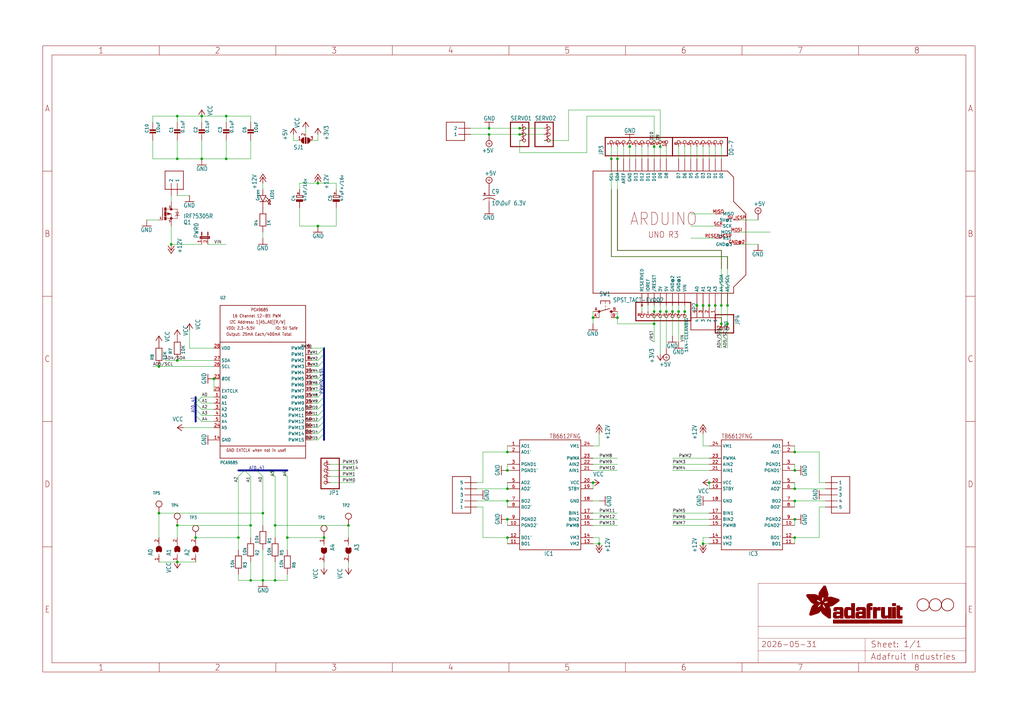
<source format=kicad_sch>
(kicad_sch (version 20230121) (generator eeschema)
  (paper "User" 425.45 298.602)
  (lib_symbols
    (symbol "working-eagle-import:+12V" (power)
      (property "Value" "+12V" (at -2.54 -5.08 90))
      (symbol "+12V_1_0"
        (pin power_in line (at 0 -2.54 90) (length 2.54) (name "+12V") (number "1"))
      )
    )
    (symbol "working-eagle-import:+3V3" (power)
      (property "Value" "+3V3" (at -2.54 -5.08 90))
      (symbol "+3V3_1_0"
        (pin power_in line (at 0 -2.54 90) (length 2.54) (name "+3V3") (number "1"))
      )
    )
    (symbol "working-eagle-import:+5V" (power)
      (property "Value" "+5V" (at -2.54 -5.08 90))
      (symbol "+5V_1_0"
        (pin power_in line (at 0 -2.54 90) (length 2.54) (name "+5V") (number "1"))
      )
    )
    (symbol "working-eagle-import:1X2-3.5MM"
      (symbol "1X2-3.5MM_1_0"
        (pin passive line (at -5.08 2.54 0) (length 5.08) (name "1") (number "1"))
        (pin passive line (at -5.08 0 0) (length 5.08) (name "2") (number "2"))
      )
    )
    (symbol "working-eagle-import:1X4-CLEANBIG"
      (property "Reference" "CN" (at 5.08 7.62 0))
      (symbol "1X4-CLEANBIG_1_0"
        (pin bidirectional line (at -5.08 2.54 0) (length 5.08) (name "1") (number "1"))
        (pin bidirectional line (at -5.08 0 0) (length 5.08) (name "2") (number "2"))
        (pin bidirectional line (at -5.08 -2.54 0) (length 5.08) (name "3") (number "3"))
        (pin bidirectional line (at -5.08 -5.08 0) (length 5.08) (name "4") (number "4"))
      )
    )
    (symbol "working-eagle-import:1X5"
      (symbol "1X5_1_0"
        (pin passive line (at -7.62 5.08 0) (length 5.08) (name "1") (number "1"))
        (pin passive line (at -7.62 2.54 0) (length 5.08) (name "2") (number "2"))
        (pin passive line (at -7.62 0 0) (length 5.08) (name "3") (number "3"))
        (pin passive line (at -7.62 -2.54 0) (length 5.08) (name "4") (number "4"))
        (pin passive line (at -7.62 -5.08 0) (length 5.08) (name "5") (number "5"))
      )
    )
    (symbol "working-eagle-import:ARDUINO_R3_ICSP"
      (symbol "ARDUINO_R3_ICSP_1_0"
        (text "ARDUINO" (at 15.24 27.94 0) (effects (font (size 5.08 4.318)) (justify left bottom)))
        (text "UNO R3" (at 22.86 22.86 0) (effects (font (size 2.54 2.159)) (justify left bottom)))
        (pin power_in line (at 27.94 -5.08 90) (length 5.08) (name "3V") (number "3V"))
        (pin power_in line (at 30.48 -5.08 90) (length 5.08) (name "5V") (number "5V"))
        (pin passive line (at 60.96 30.48 180) (length 2.54) (name "5V@1") (number "5V_ICSP"))
        (pin bidirectional line (at 43.18 -5.08 90) (length 5.08) (name "A0") (number "A0"))
        (pin bidirectional line (at 45.72 -5.08 90) (length 5.08) (name "A1") (number "A1"))
        (pin bidirectional line (at 48.26 -5.08 90) (length 5.08) (name "A2") (number "A2"))
        (pin bidirectional line (at 50.8 -5.08 90) (length 5.08) (name "A3") (number "A3"))
        (pin bidirectional line (at 53.34 -5.08 90) (length 5.08) (name "A4/SDA") (number "A4"))
        (pin bidirectional line (at 55.88 -5.08 90) (length 5.08) (name "A5/SCL") (number "A5"))
        (pin bidirectional line (at 12.7 55.88 270) (length 5.08) (name "AREF") (number "AREF"))
        (pin bidirectional line (at 53.34 55.88 270) (length 5.08) (name "D0") (number "D0"))
        (pin bidirectional line (at 50.8 55.88 270) (length 5.08) (name "D1") (number "D1"))
        (pin bidirectional line (at 25.4 55.88 270) (length 5.08) (name "D10") (number "D10"))
        (pin bidirectional line (at 22.86 55.88 270) (length 5.08) (name "D11") (number "D11"))
        (pin bidirectional line (at 20.32 55.88 270) (length 5.08) (name "D12") (number "D12"))
        (pin bidirectional line (at 17.78 55.88 270) (length 5.08) (name "D13") (number "D13"))
        (pin bidirectional line (at 48.26 55.88 270) (length 5.08) (name "D2") (number "D2"))
        (pin bidirectional line (at 45.72 55.88 270) (length 5.08) (name "D3") (number "D3"))
        (pin bidirectional line (at 43.18 55.88 270) (length 5.08) (name "D4") (number "D4"))
        (pin bidirectional line (at 40.64 55.88 270) (length 5.08) (name "D5") (number "D5"))
        (pin bidirectional line (at 38.1 55.88 270) (length 5.08) (name "D6") (number "D6"))
        (pin bidirectional line (at 35.56 55.88 270) (length 5.08) (name "D7") (number "D7"))
        (pin bidirectional line (at 30.48 55.88 270) (length 5.08) (name "D8") (number "D8"))
        (pin bidirectional line (at 27.94 55.88 270) (length 5.08) (name "D9") (number "D9"))
        (pin power_in line (at 15.24 55.88 270) (length 5.08) (name "GND") (number "GND"))
        (pin power_in line (at 33.02 -5.08 90) (length 5.08) (name "GND@2") (number "GND@1"))
        (pin passive line (at 60.96 20.32 180) (length 2.54) (name "GND@3") (number "GND@2"))
        (pin power_in line (at 35.56 -5.08 90) (length 5.08) (name "GND@1") (number "GND@3"))
        (pin output line (at 22.86 -5.08 90) (length 5.08) (name "IOREF") (number "IOREF"))
        (pin passive line (at 50.8 33.02 0) (length 2.54) (name "MISO") (number "MISO"))
        (pin passive line (at 60.96 25.4 180) (length 2.54) (name "MOSI") (number "MOSI"))
        (pin no_connect line (at 20.32 -5.08 90) (length 5.08) (name "RESERVED") (number "RESERVED"))
        (pin bidirectional line (at 25.4 -5.08 90) (length 5.08) (name "/RESET") (number "RESET"))
        (pin passive line (at 50.8 22.86 0) (length 2.54) (name "RST") (number "RESET_ICSP"))
        (pin passive line (at 50.8 27.94 0) (length 2.54) (name "SCK") (number "SCK"))
        (pin bidirectional line (at 7.62 55.88 270) (length 5.08) (name "SCL") (number "SCL"))
        (pin bidirectional line (at 10.16 55.88 270) (length 5.08) (name "SDA") (number "SDA"))
        (pin power_in line (at 38.1 -5.08 90) (length 5.08) (name "VIN") (number "VIN"))
      )
    )
    (symbol "working-eagle-import:CAP_CERAMIC0805-NOOUTLINE"
      (property "Reference" "C" (at -1.79 0.54 90))
      (symbol "CAP_CERAMIC0805-NOOUTLINE_1_0"
        (pin passive line (at 0 5.08 270) (length 2.54) (name "1") (number "1"))
        (pin passive line (at 0 -2.54 90) (length 2.54) (name "2") (number "2"))
      )
    )
    (symbol "working-eagle-import:CAP_ELECTROLYTICPANASONIC_C"
      (property "Reference" "C" (at -1.79 0.04 90))
      (symbol "CAP_ELECTROLYTICPANASONIC_C_1_0"
        (pin passive line (at 0 5.08 270) (length 2.54) (name "+") (number "+"))
        (pin passive line (at 0 -2.54 90) (length 2.54) (name "-") (number "-"))
      )
    )
    (symbol "working-eagle-import:CPOL-USC"
      (property "Reference" "C" (at 1.016 0.635 0))
      (symbol "CPOL-USC_1_0"
        (pin passive line (at 0 2.54 270) (length 2.54) (name "+") (number "+"))
        (pin passive line (at 0 -5.08 90) (length 2.54) (name "-") (number "-"))
      )
    )
    (symbol "working-eagle-import:FIDUCIAL")
    (symbol "working-eagle-import:FRAME_A3_ADAFRUIT"
      (symbol "FRAME_A3_ADAFRUIT_1_0"
        (text "${#}/${##}" (at 357.505 10.16 0) (effects (font (size 2.54 2.54)) (justify left bottom)))
        (text "${CURRENT_DATE}" (at 298.45 10.16 0) (effects (font (size 2.286 2.286)) (justify left bottom)))
        (text "${PROJECTNAME}" (at 298.45 15.24 0) (effects (font (size 2.54 2.54)) (justify left bottom)))
        (text "1" (at 24.2094 1.905 0) (effects (font (size 2.54 2.286))))
        (text "1" (at 24.2094 258.445 0) (effects (font (size 2.54 2.286))))
        (text "2" (at 72.6281 1.905 0) (effects (font (size 2.54 2.286))))
        (text "2" (at 72.6281 258.445 0) (effects (font (size 2.54 2.286))))
        (text "3" (at 121.0469 1.905 0) (effects (font (size 2.54 2.286))))
        (text "3" (at 121.0469 258.445 0) (effects (font (size 2.54 2.286))))
        (text "4" (at 169.4656 1.905 0) (effects (font (size 2.54 2.286))))
        (text "4" (at 169.4656 258.445 0) (effects (font (size 2.54 2.286))))
        (text "5" (at 217.8844 1.905 0) (effects (font (size 2.54 2.286))))
        (text "5" (at 217.8844 258.445 0) (effects (font (size 2.54 2.286))))
        (text "6" (at 266.3031 1.905 0) (effects (font (size 2.54 2.286))))
        (text "6" (at 266.3031 258.445 0) (effects (font (size 2.54 2.286))))
        (text "7" (at 314.7219 1.905 0) (effects (font (size 2.54 2.286))))
        (text "7" (at 314.7219 258.445 0) (effects (font (size 2.54 2.286))))
        (text "8" (at 363.1406 1.905 0) (effects (font (size 2.54 2.286))))
        (text "8" (at 363.1406 258.445 0) (effects (font (size 2.54 2.286))))
        (text "A" (at 1.905 234.315 0) (effects (font (size 2.54 2.286))))
        (text "A" (at 385.445 234.315 0) (effects (font (size 2.54 2.286))))
        (text "Adafruit Industries" (at 343.916 4.953 0) (effects (font (size 2.54 2.54)) (justify left bottom)))
        (text "B" (at 1.905 182.245 0) (effects (font (size 2.54 2.286))))
        (text "B" (at 385.445 182.245 0) (effects (font (size 2.54 2.286))))
        (text "C" (at 1.905 130.175 0) (effects (font (size 2.54 2.286))))
        (text "C" (at 385.445 130.175 0) (effects (font (size 2.54 2.286))))
        (text "D" (at 1.905 78.105 0) (effects (font (size 2.54 2.286))))
        (text "D" (at 385.445 78.105 0) (effects (font (size 2.54 2.286))))
        (text "E" (at 1.905 26.035 0) (effects (font (size 2.54 2.286))))
        (text "E" (at 385.445 26.035 0) (effects (font (size 2.54 2.286))))
        (text "Sheet:" (at 343.916 10.033 0) (effects (font (size 2.54 2.54)) (justify left bottom)))
      )
    )
    (symbol "working-eagle-import:GND" (power)
      (property "Value" "GND" (at -2.54 -2.54 0))
      (symbol "GND_1_0"
        (pin power_in line (at 0 2.54 270) (length 2.54) (name "GND") (number "1"))
      )
    )
    (symbol "working-eagle-import:HEADER-1X1070MIL"
      (property "Reference" "JP" (at -6.35 13.335 0))
      (symbol "HEADER-1X1070MIL_1_0"
        (pin passive inverted (at -2.54 10.16 0) (length 2.54) (name "1") (number "1"))
        (pin passive inverted (at -2.54 -12.7 0) (length 2.54) (name "10") (number "10"))
        (pin passive inverted (at -2.54 7.62 0) (length 2.54) (name "2") (number "2"))
        (pin passive inverted (at -2.54 5.08 0) (length 2.54) (name "3") (number "3"))
        (pin passive inverted (at -2.54 2.54 0) (length 2.54) (name "4") (number "4"))
        (pin passive inverted (at -2.54 0 0) (length 2.54) (name "5") (number "5"))
        (pin passive inverted (at -2.54 -2.54 0) (length 2.54) (name "6") (number "6"))
        (pin passive inverted (at -2.54 -5.08 0) (length 2.54) (name "7") (number "7"))
        (pin passive inverted (at -2.54 -7.62 0) (length 2.54) (name "8") (number "8"))
        (pin passive inverted (at -2.54 -10.16 0) (length 2.54) (name "9") (number "9"))
      )
    )
    (symbol "working-eagle-import:HEADER-1X2ROUND"
      (property "Reference" "JP" (at -6.35 5.715 0))
      (symbol "HEADER-1X2ROUND_1_0"
        (pin passive inverted (at -2.54 2.54 0) (length 2.54) (name "1") (number "1"))
        (pin passive inverted (at -2.54 0 0) (length 2.54) (name "2") (number "2"))
      )
    )
    (symbol "working-eagle-import:HEADER-1X476MIL"
      (property "Reference" "JP" (at -6.35 8.255 0))
      (symbol "HEADER-1X476MIL_1_0"
        (pin passive inverted (at -2.54 5.08 0) (length 2.54) (name "1") (number "1"))
        (pin passive inverted (at -2.54 2.54 0) (length 2.54) (name "2") (number "2"))
        (pin passive inverted (at -2.54 0 0) (length 2.54) (name "3") (number "3"))
        (pin passive inverted (at -2.54 -2.54 0) (length 2.54) (name "4") (number "4"))
      )
    )
    (symbol "working-eagle-import:IRF?5305R"
      (property "Reference" "Q" (at 7.62 2.54 0))
      (symbol "IRF?5305R_1_0"
        (text "D" (at 1.524 -3.302 0) (effects (font (size 0.8128 0.6908)) (justify left bottom)))
        (text "G" (at -2.286 1.27 0) (effects (font (size 0.8128 0.6908)) (justify left bottom)))
        (text "S" (at 1.524 2.54 0) (effects (font (size 0.8128 0.6908)) (justify left bottom)))
        (pin passive line (at -2.54 2.54 0) (length 0) (name "G") (number "1"))
        (pin passive line (at 2.54 5.08 270) (length 2.54) (name "S") (number "3"))
        (pin passive line (at 2.54 -5.08 90) (length 2.54) (name "D") (number "4"))
      )
    )
    (symbol "working-eagle-import:JP1E"
      (property "Reference" "JP" (at -1.27 0 90))
      (symbol "JP1E_1_0"
        (pin passive line (at 0 -2.54 90) (length 2.54) (name "1") (number "1"))
        (pin passive line (at 2.54 -2.54 90) (length 2.54) (name "2") (number "2"))
      )
    )
    (symbol "working-eagle-import:LED0805_NOOUTLINE"
      (property "Reference" "LED" (at -5.08 3.175 0))
      (symbol "LED0805_NOOUTLINE_1_0"
        (pin passive line (at -5.08 0 0) (length 2.54) (name "A") (number "A"))
        (pin passive line (at 2.54 0 180) (length 2.54) (name "C") (number "C"))
      )
    )
    (symbol "working-eagle-import:PCA9685"
      (property "Reference" "U" (at -17.78 35.56 0))
      (symbol "PCA9685_1_0"
        (text "16 Channel 12-Bit PWM" (at -12.7 27.94 0) (effects (font (size 1.27 1.0795)) (justify left bottom)))
        (text "GND EXTCLK when not in use!" (at -15.24 -27.94 0) (effects (font (size 1.27 1.0795)) (justify left bottom)))
        (text "I2C Address: 1[A5..A0][R/W]" (at -13.97 25.4 0) (effects (font (size 1.27 1.0795)) (justify left bottom)))
        (text "IO: 5V Safe" (at 5.08 22.86 0) (effects (font (size 1.27 1.0795)) (justify left bottom)))
        (text "Output: 25mA Each/400mA Total" (at -15.24 20.32 0) (effects (font (size 1.27 1.0795)) (justify left bottom)))
        (text "PCA9685" (at -5.08 30.48 0) (effects (font (size 1.27 1.0795)) (justify left bottom)))
        (text "VDD: 2.3-5.5V" (at -15.24 22.86 0) (effects (font (size 1.27 1.0795)) (justify left bottom)))
        (pin bidirectional line (at -20.32 -5.08 0) (length 2.54) (name "A0") (number "1"))
        (pin output line (at 20.32 5.08 180) (length 2.54) (name "PWM4") (number "10"))
        (pin output line (at 20.32 2.54 180) (length 2.54) (name "PWM5") (number "11"))
        (pin output line (at 20.32 0 180) (length 2.54) (name "PWM6") (number "12"))
        (pin output line (at 20.32 -2.54 180) (length 2.54) (name "PWM7") (number "13"))
        (pin power_in line (at -20.32 -22.86 0) (length 2.54) (name "GND") (number "14"))
        (pin output line (at 20.32 -5.08 180) (length 2.54) (name "PWM8") (number "15"))
        (pin output line (at 20.32 -7.62 180) (length 2.54) (name "PWM9") (number "16"))
        (pin output line (at 20.32 -10.16 180) (length 2.54) (name "PWM10") (number "17"))
        (pin output line (at 20.32 -12.7 180) (length 2.54) (name "PWM11") (number "18"))
        (pin output line (at 20.32 -15.24 180) (length 2.54) (name "PWM12") (number "19"))
        (pin bidirectional line (at -20.32 -7.62 0) (length 2.54) (name "A1") (number "2"))
        (pin output line (at 20.32 -17.78 180) (length 2.54) (name "PWM13") (number "20"))
        (pin output line (at 20.32 -20.32 180) (length 2.54) (name "PWM14") (number "21"))
        (pin output line (at 20.32 -22.86 180) (length 2.54) (name "PWM15") (number "22"))
        (pin input line (at -20.32 2.54 0) (length 2.54) (name "#OE") (number "23"))
        (pin bidirectional line (at -20.32 -17.78 0) (length 2.54) (name "A5") (number "24"))
        (pin input line (at -20.32 -2.54 0) (length 2.54) (name "EXTCLK") (number "25"))
        (pin bidirectional line (at -20.32 7.62 0) (length 2.54) (name "SCL") (number "26"))
        (pin bidirectional line (at -20.32 10.16 0) (length 2.54) (name "SDA") (number "27"))
        (pin power_in line (at -20.32 15.24 0) (length 2.54) (name "VDD") (number "28"))
        (pin bidirectional line (at -20.32 -10.16 0) (length 2.54) (name "A2") (number "3"))
        (pin bidirectional line (at -20.32 -12.7 0) (length 2.54) (name "A3") (number "4"))
        (pin bidirectional line (at -20.32 -15.24 0) (length 2.54) (name "A4") (number "5"))
        (pin output line (at 20.32 15.24 180) (length 2.54) (name "PWM0") (number "6"))
        (pin output line (at 20.32 12.7 180) (length 2.54) (name "PWM1") (number "7"))
        (pin output line (at 20.32 10.16 180) (length 2.54) (name "PWM2") (number "8"))
        (pin output line (at 20.32 7.62 180) (length 2.54) (name "PWM3") (number "9"))
      )
    )
    (symbol "working-eagle-import:PINHD-1X3"
      (property "Reference" "JP" (at -6.35 5.715 0))
      (symbol "PINHD-1X3_1_0"
        (pin passive inverted (at -2.54 2.54 0) (length 2.54) (name "1") (number "1"))
        (pin passive inverted (at -2.54 0 0) (length 2.54) (name "2") (number "2"))
        (pin passive inverted (at -2.54 -2.54 0) (length 2.54) (name "3") (number "3"))
      )
    )
    (symbol "working-eagle-import:PINHD-1X8CLEANBIG"
      (property "Reference" "JP" (at -6.35 10.795 0))
      (symbol "PINHD-1X8CLEANBIG_1_0"
        (pin passive inverted (at -2.54 7.62 0) (length 2.54) (name "1") (number "1"))
        (pin passive inverted (at -2.54 5.08 0) (length 2.54) (name "2") (number "2"))
        (pin passive inverted (at -2.54 2.54 0) (length 2.54) (name "3") (number "3"))
        (pin passive inverted (at -2.54 0 0) (length 2.54) (name "4") (number "4"))
        (pin passive inverted (at -2.54 -2.54 0) (length 2.54) (name "5") (number "5"))
        (pin passive inverted (at -2.54 -5.08 0) (length 2.54) (name "6") (number "6"))
        (pin passive inverted (at -2.54 -7.62 0) (length 2.54) (name "7") (number "7"))
        (pin passive inverted (at -2.54 -10.16 0) (length 2.54) (name "8") (number "8"))
      )
    )
    (symbol "working-eagle-import:RESISTOR0805_NOOUTLINE"
      (property "Reference" "R" (at -2.54 2.032 0))
      (symbol "RESISTOR0805_NOOUTLINE_1_0"
        (pin passive line (at -5.08 0 0) (length 2.54) (name "1") (number "1"))
        (pin passive line (at 5.08 0 180) (length 2.54) (name "2") (number "2"))
      )
    )
    (symbol "working-eagle-import:SOLDERJUMPERREFLOW_NOPASTE"
      (property "Reference" "SJ" (at -2.54 2.54 0))
      (symbol "SOLDERJUMPERREFLOW_NOPASTE_1_0"
        (pin passive line (at -5.08 0 0) (length 2.54) (name "1") (number "1"))
        (pin passive line (at 5.08 0 180) (length 2.54) (name "2") (number "2"))
      )
    )
    (symbol "working-eagle-import:SOLDERJUMPER_2WAY"
      (property "Reference" "SJ" (at -5.08 -3.81 0))
      (symbol "SOLDERJUMPER_2WAY_1_0"
        (pin passive line (at -2.54 0 0) (length 0) (name "1") (number "1"))
        (pin passive line (at 0 2.54 270) (length 0) (name "2") (number "2"))
        (pin passive line (at 2.54 0 180) (length 0) (name "3") (number "3"))
      )
    )
    (symbol "working-eagle-import:SPST_TACT-EVQQ2"
      (property "Reference" "SW" (at -6.35 -2.54 90))
      (symbol "SPST_TACT-EVQQ2_1_0"
        (pin passive line (at 0 -5.08 90) (length 2.54) (name "P") (number "A"))
        (pin passive line (at 2.54 -5.08 90) (length 2.54) (name "P1") (number "A'"))
        (pin passive line (at 0 5.08 270) (length 2.54) (name "S") (number "B"))
        (pin passive line (at 2.54 5.08 270) (length 2.54) (name "S1") (number "B'"))
      )
    )
    (symbol "working-eagle-import:TB6612FNG"
      (property "Reference" "IC" (at -2.54 -25.4 0))
      (symbol "TB6612FNG_1_0"
        (text "TB6612FNG" (at 12.7 25.4 0) (effects (font (size 1.778 1.5113)) (justify right top)))
        (pin output line (at -17.78 20.32 0) (length 5.08) (name "AO1") (number "1"))
        (pin power_in line (at -17.78 -12.7 0) (length 5.08) (name "PGND2'") (number "10"))
        (pin output line (at -17.78 -20.32 0) (length 5.08) (name "BO1") (number "11"))
        (pin output line (at -17.78 -17.78 0) (length 5.08) (name "BO1'") (number "12"))
        (pin power_in line (at 17.78 -20.32 180) (length 5.08) (name "VM2") (number "13"))
        (pin power_in line (at 17.78 -17.78 180) (length 5.08) (name "VM3") (number "14"))
        (pin input line (at 17.78 -12.7 180) (length 5.08) (name "PWMB") (number "15"))
        (pin input line (at 17.78 -10.16 180) (length 5.08) (name "BIN2") (number "16"))
        (pin input line (at 17.78 -7.62 180) (length 5.08) (name "BIN1") (number "17"))
        (pin power_in line (at 17.78 -2.54 180) (length 5.08) (name "GND") (number "18"))
        (pin input line (at 17.78 2.54 180) (length 5.08) (name "STBY") (number "19"))
        (pin output line (at -17.78 17.78 0) (length 5.08) (name "AO1'") (number "2"))
        (pin power_in line (at 17.78 5.08 180) (length 5.08) (name "VCC") (number "20"))
        (pin input line (at 17.78 10.16 180) (length 5.08) (name "AIN1") (number "21"))
        (pin input line (at 17.78 12.7 180) (length 5.08) (name "AIN2") (number "22"))
        (pin input line (at 17.78 15.24 180) (length 5.08) (name "PWMA") (number "23"))
        (pin power_in line (at 17.78 20.32 180) (length 5.08) (name "VM1") (number "24"))
        (pin power_in line (at -17.78 12.7 0) (length 5.08) (name "PGND1") (number "3"))
        (pin power_in line (at -17.78 10.16 0) (length 5.08) (name "PGND1'") (number "4"))
        (pin output line (at -17.78 5.08 0) (length 5.08) (name "AO2") (number "5"))
        (pin output line (at -17.78 2.54 0) (length 5.08) (name "AO2'") (number "6"))
        (pin output line (at -17.78 -2.54 0) (length 5.08) (name "BO2") (number "7"))
        (pin output line (at -17.78 -5.08 0) (length 5.08) (name "BO2'") (number "8"))
        (pin power_in line (at -17.78 -10.16 0) (length 5.08) (name "PGND2") (number "9"))
      )
    )
    (symbol "working-eagle-import:TESTPOINTROUND2MM"
      (property "Reference" "TP" (at -2.54 7.62 0))
      (symbol "TESTPOINTROUND2MM_1_0"
        (pin bidirectional line (at 0 0 90) (length 2.54) (name "P$1") (number "P$1"))
      )
    )
    (symbol "working-eagle-import:VCC" (power)
      (property "Value" "VCC" (at -2.54 -2.54 90))
      (symbol "VCC_1_0"
        (pin power_in line (at 0 -2.54 90) (length 2.54) (name "VCC") (number "1"))
      )
    )
    (symbol "working-eagle-import:supply2_+5V" (power)
      (property "Value" "supply2_+5V" (at -1.905 3.175 0))
      (symbol "supply2_+5V_1_0"
        (pin power_in line (at 0 -2.54 90) (length 2.54) (name "+5V") (number "1"))
      )
    )
  )
  (junction (at 299.72 134.62))
  (junction (at 284.48 129.54))
  (junction (at 289.56 127))
  (junction (at 210.82 215.9))
  (junction (at 109.22 241.3))
  (junction (at 294.64 200.66))
  (junction (at 276.86 129.54))
  (junction (at 254 66.04))
  (junction (at 246.38 200.66))
  (junction (at 261.62 60.96))
  (junction (at 66.04 213.36))
  (junction (at 279.4 129.54))
  (junction (at 330.2 208.28))
  (junction (at 271.78 129.54))
  (junction (at 144.78 218.44))
  (junction (at 246.38 132.08))
  (junction (at 73.66 66.04))
  (junction (at 210.82 187.96))
  (junction (at 297.18 127))
  (junction (at 281.94 129.54))
  (junction (at 292.1 226.06))
  (junction (at 114.3 241.3))
  (junction (at 203.2 53.34))
  (junction (at 132.08 93.98))
  (junction (at 330.2 223.52))
  (junction (at 83.82 48.26))
  (junction (at 93.98 66.04))
  (junction (at 114.3 218.44))
  (junction (at 203.2 55.88))
  (junction (at 81.28 223.52))
  (junction (at 83.82 66.04))
  (junction (at 302.26 134.62))
  (junction (at 248.92 226.06))
  (junction (at 271.78 134.62))
  (junction (at 215.9 55.88))
  (junction (at 299.72 127))
  (junction (at 256.54 132.08))
  (junction (at 99.06 223.52))
  (junction (at 274.32 60.96))
  (junction (at 71.12 101.6))
  (junction (at 330.2 195.58))
  (junction (at 330.2 215.9))
  (junction (at 93.98 48.26))
  (junction (at 109.22 213.36))
  (junction (at 210.82 223.52))
  (junction (at 73.66 233.68))
  (junction (at 210.82 203.2))
  (junction (at 134.62 223.52))
  (junction (at 104.14 241.3))
  (junction (at 215.9 53.34))
  (junction (at 302.26 127))
  (junction (at 330.2 187.96))
  (junction (at 132.08 76.2))
  (junction (at 210.82 195.58))
  (junction (at 292.1 127))
  (junction (at 73.66 218.44))
  (junction (at 294.64 127))
  (junction (at 330.2 203.2))
  (junction (at 104.14 218.44))
  (junction (at 73.66 48.26))
  (junction (at 256.54 66.04))
  (junction (at 66.04 152.4))
  (junction (at 88.9 157.48))
  (junction (at 271.78 60.96))
  (junction (at 210.82 208.28))
  (junction (at 119.38 223.52))
  (junction (at 274.32 129.54))
  (junction (at 73.66 149.86))
  (bus_entry (at 132.08 149.86) (size 2.54 -2.54))
  (bus_entry (at 83.82 165.1) (size -2.54 2.54))
  (bus_entry (at 132.08 182.88) (size 2.54 -2.54))
  (bus_entry (at 132.08 170.18) (size 2.54 -2.54))
  (bus_entry (at 132.08 177.8) (size 2.54 -2.54))
  (bus_entry (at 132.08 157.48) (size 2.54 -2.54))
  (bus_entry (at 83.82 170.18) (size -2.54 -2.54))
  (bus_entry (at 114.3 198.12) (size -2.54 -2.54))
  (bus_entry (at 132.08 167.64) (size 2.54 -2.54))
  (bus_entry (at 83.82 175.26) (size -2.54 -2.54))
  (bus_entry (at 132.08 154.94) (size 2.54 -2.54))
  (bus_entry (at 132.08 152.4) (size 2.54 -2.54))
  (bus_entry (at 99.06 198.12) (size 2.54 -2.54))
  (bus_entry (at 83.82 167.64) (size -2.54 -2.54))
  (bus_entry (at 132.08 162.56) (size 2.54 -2.54))
  (bus_entry (at 132.08 147.32) (size 2.54 -2.54))
  (bus_entry (at 119.38 198.12) (size -2.54 -2.54))
  (bus_entry (at 83.82 172.72) (size -2.54 -2.54))
  (bus_entry (at 132.08 165.1) (size 2.54 -2.54))
  (bus_entry (at 132.08 175.26) (size 2.54 -2.54))
  (bus_entry (at 132.08 180.34) (size 2.54 -2.54))
  (bus_entry (at 104.14 198.12) (size -2.54 -2.54))
  (bus_entry (at 109.22 198.12) (size -2.54 -2.54))
  (bus_entry (at 132.08 160.02) (size 2.54 -2.54))
  (bus_entry (at 132.08 172.72) (size 2.54 -2.54))
  (wire (pts (xy 256.54 132.08) (xy 256.54 134.62)) (stroke (width 0.1524)))
  (wire (pts (xy 124.46 93.98) (xy 132.08 93.98)) (stroke (width 0.1524)))
  (wire (pts (xy 340.36 187.96) (xy 340.36 200.66)) (stroke (width 0.1524)))
  (wire (pts (xy 200.66 223.52) (xy 210.82 223.52)) (stroke (width 0.1524)))
  (wire (pts (xy 281.94 142.24) (xy 281.94 129.54)) (stroke (width 0.1524)))
  (wire (pts (xy 83.82 66.04) (xy 93.98 66.04)) (stroke (width 0.1524)))
  (wire (pts (xy 200.66 210.82) (xy 200.66 223.52)) (stroke (width 0.1524)))
  (wire (pts (xy 276.86 129.54) (xy 276.86 127)) (stroke (width 0.1524)))
  (wire (pts (xy 294.64 190.5) (xy 279.4 190.5)) (stroke (width 0.1524)))
  (bus (pts (xy 134.62 165.1) (xy 134.62 167.64)) (stroke (width 0.762)))
  (wire (pts (xy 271.78 129.54) (xy 271.78 127)) (stroke (width 0.1524)))
  (wire (pts (xy 129.54 144.78) (xy 134.62 144.78)) (stroke (width 0.1524)))
  (wire (pts (xy 88.9 152.4) (xy 66.04 152.4)) (stroke (width 0.1524)))
  (wire (pts (xy 248.92 208.28) (xy 246.38 208.28)) (stroke (width 0.1524)))
  (wire (pts (xy 83.82 165.1) (xy 88.9 165.1)) (stroke (width 0.1524)))
  (wire (pts (xy 330.2 203.2) (xy 342.9 203.2)) (stroke (width 0.1524)))
  (wire (pts (xy 139.7 76.2) (xy 139.7 78.74)) (stroke (width 0.1524)))
  (wire (pts (xy 210.82 208.28) (xy 210.82 210.82)) (stroke (width 0.1524)))
  (wire (pts (xy 127 53.34) (xy 127 55.88)) (stroke (width 0.1524)))
  (wire (pts (xy 271.78 60.96) (xy 271.78 66.04)) (stroke (width 0.1524)))
  (wire (pts (xy 129.54 172.72) (xy 132.08 172.72)) (stroke (width 0.1524)))
  (wire (pts (xy 66.04 223.52) (xy 66.04 213.36)) (stroke (width 0.1524)))
  (wire (pts (xy 256.54 60.96) (xy 256.54 66.04)) (stroke (width 0.1524)))
  (wire (pts (xy 254 106.68) (xy 302.26 106.68)) (stroke (width 0.1524)))
  (wire (pts (xy 83.82 66.04) (xy 83.82 58.42)) (stroke (width 0.1524)))
  (bus (pts (xy 134.62 147.32) (xy 134.62 149.86)) (stroke (width 0.762)))
  (wire (pts (xy 129.54 170.18) (xy 132.08 170.18)) (stroke (width 0.1524)))
  (wire (pts (xy 81.28 233.68) (xy 73.66 233.68)) (stroke (width 0.1524)))
  (wire (pts (xy 99.06 238.76) (xy 99.06 241.3)) (stroke (width 0.1524)))
  (wire (pts (xy 73.66 223.52) (xy 73.66 218.44)) (stroke (width 0.1524)))
  (wire (pts (xy 340.36 223.52) (xy 340.36 210.82)) (stroke (width 0.1524)))
  (bus (pts (xy 134.62 170.18) (xy 134.62 172.72)) (stroke (width 0.762)))
  (wire (pts (xy 330.2 226.06) (xy 330.2 223.52)) (stroke (width 0.1524)))
  (wire (pts (xy 124.46 58.42) (xy 121.92 58.42)) (stroke (width 0.1524)))
  (wire (pts (xy 93.98 50.8) (xy 93.98 48.26)) (stroke (width 0.1524)))
  (wire (pts (xy 302.26 127) (xy 302.26 134.62)) (stroke (width 0.1524)))
  (wire (pts (xy 340.36 210.82) (xy 342.9 210.82)) (stroke (width 0.1524)))
  (wire (pts (xy 109.22 241.3) (xy 104.14 241.3)) (stroke (width 0.1524)))
  (wire (pts (xy 302.26 106.68) (xy 302.26 127)) (stroke (width 0.1524)))
  (wire (pts (xy 276.86 60.96) (xy 276.86 66.04)) (stroke (width 0.1524)))
  (bus (pts (xy 81.28 170.18) (xy 81.28 172.72)) (stroke (width 0.762)))
  (wire (pts (xy 246.38 203.2) (xy 246.38 200.66)) (stroke (width 0.1524)))
  (wire (pts (xy 73.66 66.04) (xy 83.82 66.04)) (stroke (width 0.1524)))
  (wire (pts (xy 210.82 185.42) (xy 210.82 187.96)) (stroke (width 0.1524)))
  (wire (pts (xy 246.38 213.36) (xy 256.54 213.36)) (stroke (width 0.1524)))
  (wire (pts (xy 104.14 48.26) (xy 104.14 50.8)) (stroke (width 0.1524)))
  (wire (pts (xy 144.78 236.22) (xy 144.78 233.68)) (stroke (width 0.1524)))
  (bus (pts (xy 81.28 167.64) (xy 81.28 170.18)) (stroke (width 0.762)))
  (wire (pts (xy 266.7 129.54) (xy 266.7 127)) (stroke (width 0.1524)))
  (wire (pts (xy 294.64 195.58) (xy 279.4 195.58)) (stroke (width 0.1524)))
  (wire (pts (xy 200.66 200.66) (xy 200.66 187.96)) (stroke (width 0.1524)))
  (wire (pts (xy 259.08 60.96) (xy 259.08 66.04)) (stroke (width 0.1524)))
  (wire (pts (xy 292.1 226.06) (xy 294.64 226.06)) (stroke (width 0.1524)))
  (wire (pts (xy 132.08 58.42) (xy 132.08 55.88)) (stroke (width 0.1524)))
  (wire (pts (xy 129.54 165.1) (xy 132.08 165.1)) (stroke (width 0.1524)))
  (wire (pts (xy 104.14 223.52) (xy 104.14 218.44)) (stroke (width 0.1524)))
  (wire (pts (xy 330.2 215.9) (xy 330.2 218.44)) (stroke (width 0.1524)))
  (wire (pts (xy 246.38 215.9) (xy 256.54 215.9)) (stroke (width 0.1524)))
  (wire (pts (xy 104.14 218.44) (xy 73.66 218.44)) (stroke (width 0.1524)))
  (wire (pts (xy 114.3 233.68) (xy 114.3 241.3)) (stroke (width 0.1524)))
  (wire (pts (xy 129.54 149.86) (xy 132.08 149.86)) (stroke (width 0.1524)))
  (wire (pts (xy 104.14 48.26) (xy 93.98 48.26)) (stroke (width 0.1524)))
  (wire (pts (xy 71.12 101.6) (xy 83.82 101.6)) (stroke (width 0.1524)))
  (wire (pts (xy 261.62 60.96) (xy 261.62 66.04)) (stroke (width 0.1524)))
  (wire (pts (xy 129.54 154.94) (xy 132.08 154.94)) (stroke (width 0.1524)))
  (wire (pts (xy 271.78 48.26) (xy 271.78 60.96)) (stroke (width 0.1524)))
  (wire (pts (xy 198.12 210.82) (xy 200.66 210.82)) (stroke (width 0.1524)))
  (wire (pts (xy 86.36 101.6) (xy 93.98 101.6)) (stroke (width 0.1524)))
  (wire (pts (xy 83.82 175.26) (xy 88.9 175.26)) (stroke (width 0.1524)))
  (wire (pts (xy 83.82 48.26) (xy 73.66 48.26)) (stroke (width 0.1524)))
  (wire (pts (xy 284.48 60.96) (xy 284.48 66.04)) (stroke (width 0.1524)))
  (wire (pts (xy 129.54 177.8) (xy 132.08 177.8)) (stroke (width 0.1524)))
  (wire (pts (xy 137.16 193.04) (xy 147.32 193.04)) (stroke (width 0.1524)))
  (wire (pts (xy 236.22 45.72) (xy 236.22 58.42)) (stroke (width 0.1524)))
  (wire (pts (xy 256.54 129.54) (xy 256.54 132.08)) (stroke (width 0.1524)))
  (wire (pts (xy 198.12 203.2) (xy 210.82 203.2)) (stroke (width 0.1524)))
  (wire (pts (xy 269.24 60.96) (xy 269.24 66.04)) (stroke (width 0.1524)))
  (bus (pts (xy 134.62 160.02) (xy 134.62 162.56)) (stroke (width 0.762)))
  (wire (pts (xy 78.74 144.78) (xy 88.9 144.78)) (stroke (width 0.1524)))
  (wire (pts (xy 210.82 193.04) (xy 210.82 195.58)) (stroke (width 0.1524)))
  (wire (pts (xy 129.54 152.4) (xy 132.08 152.4)) (stroke (width 0.1524)))
  (wire (pts (xy 195.58 55.88) (xy 203.2 55.88)) (stroke (width 0.1524)))
  (wire (pts (xy 271.78 129.54) (xy 271.78 134.62)) (stroke (width 0.1524)))
  (bus (pts (xy 134.62 162.56) (xy 134.62 165.1)) (stroke (width 0.762)))
  (wire (pts (xy 248.92 185.42) (xy 248.92 180.34)) (stroke (width 0.1524)))
  (wire (pts (xy 266.7 60.96) (xy 266.7 66.04)) (stroke (width 0.1524)))
  (wire (pts (xy 246.38 223.52) (xy 248.92 223.52)) (stroke (width 0.1524)))
  (wire (pts (xy 340.36 200.66) (xy 342.9 200.66)) (stroke (width 0.1524)))
  (bus (pts (xy 106.68 195.58) (xy 111.76 195.58)) (stroke (width 0.762)))
  (wire (pts (xy 274.32 147.32) (xy 274.32 129.54)) (stroke (width 0.1524)))
  (wire (pts (xy 274.32 60.96) (xy 274.32 66.04)) (stroke (width 0.1524)))
  (wire (pts (xy 294.64 213.36) (xy 279.4 213.36)) (stroke (width 0.1524)))
  (wire (pts (xy 114.3 218.44) (xy 144.78 218.44)) (stroke (width 0.1524)))
  (wire (pts (xy 246.38 218.44) (xy 256.54 218.44)) (stroke (width 0.1524)))
  (wire (pts (xy 81.28 223.52) (xy 99.06 223.52)) (stroke (width 0.1524)))
  (bus (pts (xy 134.62 157.48) (xy 134.62 160.02)) (stroke (width 0.762)))
  (wire (pts (xy 299.72 134.62) (xy 299.72 144.78)) (stroke (width 0.1524)))
  (wire (pts (xy 294.64 60.96) (xy 294.64 66.04)) (stroke (width 0.1524)))
  (wire (pts (xy 289.56 129.54) (xy 289.56 127)) (stroke (width 0.1524)))
  (wire (pts (xy 289.56 60.96) (xy 289.56 66.04)) (stroke (width 0.1524)))
  (wire (pts (xy 292.1 185.42) (xy 292.1 180.34)) (stroke (width 0.1524)))
  (wire (pts (xy 254 60.96) (xy 254 66.04)) (stroke (width 0.1524)))
  (wire (pts (xy 73.66 48.26) (xy 73.66 50.8)) (stroke (width 0.1524)))
  (wire (pts (xy 104.14 218.44) (xy 104.14 198.12)) (stroke (width 0.1524)))
  (wire (pts (xy 246.38 132.08) (xy 246.38 134.62)) (stroke (width 0.1524)))
  (wire (pts (xy 246.38 195.58) (xy 256.54 195.58)) (stroke (width 0.1524)))
  (bus (pts (xy 134.62 175.26) (xy 134.62 177.8)) (stroke (width 0.762)))
  (wire (pts (xy 314.96 91.44) (xy 307.34 91.44)) (stroke (width 0.1524)))
  (wire (pts (xy 129.54 180.34) (xy 132.08 180.34)) (stroke (width 0.1524)))
  (wire (pts (xy 314.96 101.6) (xy 307.34 101.6)) (stroke (width 0.1524)))
  (wire (pts (xy 129.54 58.42) (xy 132.08 58.42)) (stroke (width 0.1524)))
  (wire (pts (xy 134.62 233.68) (xy 134.62 236.22)) (stroke (width 0.1524)))
  (wire (pts (xy 299.72 127) (xy 299.72 134.62)) (stroke (width 0.1524)))
  (wire (pts (xy 281.94 60.96) (xy 281.94 66.04)) (stroke (width 0.1524)))
  (wire (pts (xy 104.14 233.68) (xy 104.14 241.3)) (stroke (width 0.1524)))
  (wire (pts (xy 276.86 144.78) (xy 276.86 129.54)) (stroke (width 0.1524)))
  (wire (pts (xy 121.92 58.42) (xy 121.92 55.88)) (stroke (width 0.1524)))
  (wire (pts (xy 83.82 167.64) (xy 88.9 167.64)) (stroke (width 0.1524)))
  (wire (pts (xy 279.4 129.54) (xy 279.4 127)) (stroke (width 0.1524)))
  (bus (pts (xy 134.62 154.94) (xy 134.62 157.48)) (stroke (width 0.762)))
  (wire (pts (xy 215.9 63.5) (xy 243.84 63.5)) (stroke (width 0.1524)))
  (wire (pts (xy 63.5 48.26) (xy 73.66 48.26)) (stroke (width 0.1524)))
  (wire (pts (xy 93.98 48.26) (xy 83.82 48.26)) (stroke (width 0.1524)))
  (wire (pts (xy 71.12 83.82) (xy 71.12 81.28)) (stroke (width 0.1524)))
  (wire (pts (xy 297.18 99.06) (xy 287.02 99.06)) (stroke (width 0.1524)))
  (wire (pts (xy 254 66.04) (xy 254 106.68)) (stroke (width 0.1524)))
  (wire (pts (xy 129.54 160.02) (xy 132.08 160.02)) (stroke (width 0.1524)))
  (wire (pts (xy 274.32 60.96) (xy 274.32 45.72)) (stroke (width 0.1524)))
  (wire (pts (xy 99.06 228.6) (xy 99.06 223.52)) (stroke (width 0.1524)))
  (bus (pts (xy 99.06 195.58) (xy 101.6 195.58)) (stroke (width 0.762)))
  (wire (pts (xy 302.26 134.62) (xy 302.26 144.78)) (stroke (width 0.1524)))
  (wire (pts (xy 279.4 139.7) (xy 279.4 129.54)) (stroke (width 0.1524)))
  (wire (pts (xy 274.32 45.72) (xy 236.22 45.72)) (stroke (width 0.1524)))
  (wire (pts (xy 246.38 190.5) (xy 256.54 190.5)) (stroke (width 0.1524)))
  (wire (pts (xy 109.22 228.6) (xy 109.22 241.3)) (stroke (width 0.1524)))
  (bus (pts (xy 134.62 152.4) (xy 134.62 154.94)) (stroke (width 0.762)))
  (wire (pts (xy 210.82 215.9) (xy 210.82 218.44)) (stroke (width 0.1524)))
  (wire (pts (xy 109.22 213.36) (xy 109.22 198.12)) (stroke (width 0.1524)))
  (wire (pts (xy 297.18 60.96) (xy 297.18 66.04)) (stroke (width 0.1524)))
  (wire (pts (xy 88.9 149.86) (xy 73.66 149.86)) (stroke (width 0.1524)))
  (wire (pts (xy 243.84 63.5) (xy 243.84 48.26)) (stroke (width 0.1524)))
  (wire (pts (xy 256.54 104.14) (xy 256.54 66.04)) (stroke (width 0.1524)))
  (wire (pts (xy 139.7 93.98) (xy 139.7 86.36)) (stroke (width 0.1524)))
  (wire (pts (xy 292.1 129.54) (xy 292.1 127)) (stroke (width 0.1524)))
  (wire (pts (xy 203.2 55.88) (xy 215.9 55.88)) (stroke (width 0.1524)))
  (wire (pts (xy 210.82 223.52) (xy 210.82 226.06)) (stroke (width 0.1524)))
  (wire (pts (xy 299.72 60.96) (xy 299.72 66.04)) (stroke (width 0.1524)))
  (wire (pts (xy 119.38 241.3) (xy 119.38 238.76)) (stroke (width 0.1524)))
  (wire (pts (xy 261.62 58.42) (xy 261.62 60.96)) (stroke (width 0.1524)))
  (wire (pts (xy 246.38 193.04) (xy 256.54 193.04)) (stroke (width 0.1524)))
  (wire (pts (xy 129.54 147.32) (xy 132.08 147.32)) (stroke (width 0.1524)))
  (wire (pts (xy 198.12 200.66) (xy 200.66 200.66)) (stroke (width 0.1524)))
  (wire (pts (xy 119.38 223.52) (xy 134.62 223.52)) (stroke (width 0.1524)))
  (wire (pts (xy 83.82 170.18) (xy 88.9 170.18)) (stroke (width 0.1524)))
  (wire (pts (xy 73.66 233.68) (xy 66.04 233.68)) (stroke (width 0.1524)))
  (wire (pts (xy 294.64 200.66) (xy 294.64 203.2)) (stroke (width 0.1524)))
  (wire (pts (xy 294.64 193.04) (xy 279.4 193.04)) (stroke (width 0.1524)))
  (wire (pts (xy 195.58 53.34) (xy 203.2 53.34)) (stroke (width 0.1524)))
  (wire (pts (xy 66.04 152.4) (xy 63.5 152.4)) (stroke (width 0.1524)))
  (wire (pts (xy 73.66 81.28) (xy 78.74 81.28)) (stroke (width 0.1524)))
  (wire (pts (xy 292.1 60.96) (xy 292.1 66.04)) (stroke (width 0.1524)))
  (bus (pts (xy 111.76 195.58) (xy 116.84 195.58)) (stroke (width 0.762)))
  (wire (pts (xy 307.34 96.52) (xy 320.04 96.52)) (stroke (width 0.1524)))
  (wire (pts (xy 78.74 137.16) (xy 78.74 144.78)) (stroke (width 0.1524)))
  (wire (pts (xy 294.64 185.42) (xy 292.1 185.42)) (stroke (width 0.1524)))
  (wire (pts (xy 129.54 167.64) (xy 132.08 167.64)) (stroke (width 0.1524)))
  (bus (pts (xy 81.28 172.72) (xy 81.28 175.26)) (stroke (width 0.762)))
  (wire (pts (xy 63.5 50.8) (xy 63.5 48.26)) (stroke (width 0.1524)))
  (wire (pts (xy 104.14 241.3) (xy 99.06 241.3)) (stroke (width 0.1524)))
  (wire (pts (xy 73.66 66.04) (xy 63.5 66.04)) (stroke (width 0.1524)))
  (wire (pts (xy 274.32 129.54) (xy 274.32 127)) (stroke (width 0.1524)))
  (wire (pts (xy 294.64 215.9) (xy 279.4 215.9)) (stroke (width 0.1524)))
  (wire (pts (xy 73.66 58.42) (xy 73.66 66.04)) (stroke (width 0.1524)))
  (wire (pts (xy 198.12 208.28) (xy 210.82 208.28)) (stroke (width 0.1524)))
  (wire (pts (xy 114.3 218.44) (xy 114.3 198.12)) (stroke (width 0.1524)))
  (wire (pts (xy 226.06 55.88) (xy 215.9 55.88)) (stroke (width 0.1524)))
  (wire (pts (xy 294.64 223.52) (xy 292.1 223.52)) (stroke (width 0.1524)))
  (wire (pts (xy 299.72 104.14) (xy 256.54 104.14)) (stroke (width 0.1524)))
  (wire (pts (xy 114.3 223.52) (xy 114.3 218.44)) (stroke (width 0.1524)))
  (wire (pts (xy 132.08 93.98) (xy 139.7 93.98)) (stroke (width 0.1524)))
  (wire (pts (xy 124.46 76.2) (xy 124.46 78.74)) (stroke (width 0.1524)))
  (bus (pts (xy 134.62 167.64) (xy 134.62 170.18)) (stroke (width 0.762)))
  (wire (pts (xy 124.46 86.36) (xy 124.46 93.98)) (stroke (width 0.1524)))
  (wire (pts (xy 144.78 223.52) (xy 144.78 218.44)) (stroke (width 0.1524)))
  (wire (pts (xy 73.66 149.86) (xy 68.58 149.86)) (stroke (width 0.1524)))
  (wire (pts (xy 129.54 157.48) (xy 132.08 157.48)) (stroke (width 0.1524)))
  (wire (pts (xy 109.22 218.44) (xy 109.22 213.36)) (stroke (width 0.1524)))
  (wire (pts (xy 297.18 93.98) (xy 287.02 93.98)) (stroke (width 0.1524)))
  (wire (pts (xy 243.84 48.26) (xy 271.78 48.26)) (stroke (width 0.1524)))
  (wire (pts (xy 294.64 218.44) (xy 279.4 218.44)) (stroke (width 0.1524)))
  (wire (pts (xy 281.94 129.54) (xy 281.94 127)) (stroke (width 0.1524)))
  (wire (pts (xy 137.16 195.58) (xy 147.32 195.58)) (stroke (width 0.1524)))
  (wire (pts (xy 200.66 187.96) (xy 210.82 187.96)) (stroke (width 0.1524)))
  (wire (pts (xy 119.38 228.6) (xy 119.38 223.52)) (stroke (width 0.1524)))
  (wire (pts (xy 88.9 162.56) (xy 88.9 157.48)) (stroke (width 0.1524)))
  (wire (pts (xy 256.54 134.62) (xy 271.78 134.62)) (stroke (width 0.1524)))
  (wire (pts (xy 299.72 127) (xy 299.72 104.14)) (stroke (width 0.1524)))
  (bus (pts (xy 134.62 177.8) (xy 134.62 180.34)) (stroke (width 0.762)))
  (wire (pts (xy 109.22 213.36) (xy 66.04 213.36)) (stroke (width 0.1524)))
  (bus (pts (xy 134.62 144.78) (xy 134.62 147.32)) (stroke (width 0.762)))
  (wire (pts (xy 287.02 60.96) (xy 287.02 66.04)) (stroke (width 0.1524)))
  (wire (pts (xy 129.54 182.88) (xy 132.08 182.88)) (stroke (width 0.1524)))
  (wire (pts (xy 71.12 93.98) (xy 71.12 101.6)) (stroke (width 0.1524)))
  (wire (pts (xy 83.82 48.26) (xy 83.82 50.8)) (stroke (width 0.1524)))
  (wire (pts (xy 294.64 129.54) (xy 294.64 127)) (stroke (width 0.1524)))
  (wire (pts (xy 292.1 223.52) (xy 292.1 226.06)) (stroke (width 0.1524)))
  (wire (pts (xy 104.14 66.04) (xy 104.14 58.42)) (stroke (width 0.1524)))
  (wire (pts (xy 129.54 162.56) (xy 132.08 162.56)) (stroke (width 0.1524)))
  (wire (pts (xy 109.22 241.3) (xy 114.3 241.3)) (stroke (width 0.1524)))
  (bus (pts (xy 116.84 195.58) (xy 119.38 195.58)) (stroke (width 0.762)))
  (wire (pts (xy 63.5 66.04) (xy 63.5 58.42)) (stroke (width 0.1524)))
  (wire (pts (xy 269.24 129.54) (xy 269.24 127)) (stroke (width 0.1524)))
  (bus (pts (xy 101.6 195.58) (xy 106.68 195.58)) (stroke (width 0.762)))
  (wire (pts (xy 246.38 129.54) (xy 246.38 132.08)) (stroke (width 0.1524)))
  (wire (pts (xy 99.06 223.52) (xy 99.06 198.12)) (stroke (width 0.1524)))
  (wire (pts (xy 330.2 187.96) (xy 330.2 185.42)) (stroke (width 0.1524)))
  (wire (pts (xy 284.48 129.54) (xy 284.48 142.24)) (stroke (width 0.1524)))
  (wire (pts (xy 215.9 53.34) (xy 203.2 53.34)) (stroke (width 0.1524)))
  (wire (pts (xy 132.08 76.2) (xy 124.46 76.2)) (stroke (width 0.1524)))
  (wire (pts (xy 137.16 198.12) (xy 147.32 198.12)) (stroke (width 0.1524)))
  (bus (pts (xy 81.28 165.1) (xy 81.28 167.64)) (stroke (width 0.762)))
  (wire (pts (xy 132.08 76.2) (xy 139.7 76.2)) (stroke (width 0.1524)))
  (wire (pts (xy 93.98 66.04) (xy 93.98 58.42)) (stroke (width 0.1524)))
  (bus (pts (xy 134.62 149.86) (xy 134.62 152.4)) (stroke (width 0.762)))
  (wire (pts (xy 76.2 177.8) (xy 88.9 177.8)) (stroke (width 0.1524)))
  (wire (pts (xy 330.2 223.52) (xy 340.36 223.52)) (stroke (width 0.1524)))
  (wire (pts (xy 330.2 187.96) (xy 340.36 187.96)) (stroke (width 0.1524)))
  (wire (pts (xy 248.92 226.06) (xy 246.38 226.06)) (stroke (width 0.1524)))
  (wire (pts (xy 297.18 129.54) (xy 297.18 127)) (stroke (width 0.1524)))
  (wire (pts (xy 60.96 91.44) (xy 66.04 91.44)) (stroke (width 0.1524)))
  (wire (pts (xy 264.16 60.96) (xy 264.16 66.04)) (stroke (width 0.1524)))
  (wire (pts (xy 215.9 58.42) (xy 215.9 63.5)) (stroke (width 0.1524)))
  (wire (pts (xy 246.38 185.42) (xy 248.92 185.42)) (stroke (width 0.1524)))
  (wire (pts (xy 330.2 208.28) (xy 342.9 208.28)) (stroke (width 0.1524)))
  (wire (pts (xy 330.2 200.66) (xy 330.2 203.2)) (stroke (width 0.1524)))
  (wire (pts (xy 236.22 58.42) (xy 226.06 58.42)) (stroke (width 0.1524)))
  (wire (pts (xy 248.92 223.52) (xy 248.92 226.06)) (stroke (width 0.1524)))
  (wire (pts (xy 114.3 241.3) (xy 119.38 241.3)) (stroke (width 0.1524)))
  (wire (pts (xy 119.38 223.52) (xy 119.38 198.12)) (stroke (width 0.1524)))
  (wire (pts (xy 297.18 88.9) (xy 287.02 88.9)) (stroke (width 0.1524)))
  (wire (pts (xy 271.78 134.62) (xy 271.78 142.24)) (stroke (width 0.1524)))
  (wire (pts (xy 210.82 200.66) (xy 210.82 203.2)) (stroke (width 0.1524)))
  (wire (pts (xy 330.2 208.28) (xy 330.2 210.82)) (stroke (width 0.1524)))
  (bus (pts (xy 134.62 172.72) (xy 134.62 175.26)) (stroke (width 0.762)))
  (wire (pts (xy 137.16 200.66) (xy 147.32 200.66)) (stroke (width 0.1524)))
  (wire (pts (xy 129.54 175.26) (xy 132.08 175.26)) (stroke (width 0.1524)))
  (wire (pts (xy 109.22 96.52) (xy 109.22 99.06)) (stroke (width 0.1524)))
  (wire (pts (xy 284.48 129.54) (xy 284.48 127)) (stroke (width 0.1524)))
  (wire (pts (xy 109.22 78.74) (xy 109.22 76.2)) (stroke (width 0.1524)))
  (wire (pts (xy 83.82 172.72) (xy 88.9 172.72)) (stroke (width 0.1524)))
  (wire (pts (xy 330.2 193.04) (xy 330.2 195.58)) (stroke (width 0.1524)))
  (wire (pts (xy 215.9 53.34) (xy 226.06 53.34)) (stroke (width 0.1524)))
  (wire (pts (xy 93.98 66.04) (xy 104.14 66.04)) (stroke (width 0.1524)))
  (bus (pts (xy 134.62 180.34) (xy 134.62 182.88)) (stroke (width 0.762)))
  (label "PWM10" (at 132.08 170.18 180) (effects (font (size 1.016 1.016))))
  (label "PWM7" (at 279.4 218.44 0) (effects (font (size 1.2446 1.2446))))
  (label "A4" (at 83.82 175.26 0) (effects (font (size 1.2446 1.2446))))
  (label "A[0..4]" (at 109.855 195.58 180) (effects (font (size 1.2446 1.2446))))
  (label "PWM7" (at 132.08 162.56 180) (effects (font (size 1.016 1.016))))
  (label "PWM3" (at 132.08 152.4 180) (effects (font (size 1.016 1.016))))
  (label "PWM13" (at 132.08 177.8 180) (effects (font (size 1.016 1.016))))
  (label "PWM[0..15]" (at 134.62 163.83 90) (effects (font (size 1.2446 1.2446))))
  (label "/RST" (at 271.78 142.24 90) (effects (font (size 1.2446 1.2446))))
  (label "AD4/SDA" (at 299.72 144.78 90) (effects (font (size 1.2446 1.2446))))
  (label "PWM10" (at 248.92 195.58 0) (effects (font (size 1.2446 1.2446))))
  (label "PWM13" (at 248.92 218.44 0) (effects (font (size 1.2446 1.2446))))
  (label "PWM9" (at 248.92 193.04 0) (effects (font (size 1.2446 1.2446))))
  (label "PWM5" (at 279.4 213.36 0) (effects (font (size 1.2446 1.2446))))
  (label "/RST" (at 297.18 99.06 0) (effects (font (size 1.016 1.016))))
  (label "PWM0" (at 129.54 144.78 180) (effects (font (size 1.016 1.016))))
  (label "A2" (at 99.06 198.12 270) (effects (font (size 1.2446 1.2446))))
  (label "PWM12" (at 248.92 215.9 0) (effects (font (size 1.2446 1.2446))))
  (label "PWM14" (at 132.08 180.34 180) (effects (font (size 1.016 1.016))))
  (label "PWM12" (at 132.08 175.26 180) (effects (font (size 1.016 1.016))))
  (label "PWM8" (at 132.08 165.1 180) (effects (font (size 1.016 1.016))))
  (label "AD4/SDA" (at 68.58 149.86 0) (effects (font (size 1.2446 1.2446))))
  (label "PWM11" (at 248.92 213.36 0) (effects (font (size 1.2446 1.2446))))
  (label "PWM8" (at 248.92 190.5 0) (effects (font (size 1.2446 1.2446))))
  (label "PWM2" (at 132.08 149.86 180) (effects (font (size 1.016 1.016))))
  (label "PWM5" (at 132.08 157.48 180) (effects (font (size 1.016 1.016))))
  (label "VIN" (at 284.48 142.24 90) (effects (font (size 1.2446 1.2446))))
  (label "A1" (at 83.82 167.64 0) (effects (font (size 1.2446 1.2446))))
  (label "PWM14" (at 142.24 195.58 0) (effects (font (size 1.2446 1.2446))))
  (label "VIN" (at 88.9 101.6 0) (effects (font (size 1.2446 1.2446))))
  (label "AD5/SCL" (at 63.5 152.4 0) (effects (font (size 1.2446 1.2446))))
  (label "A4" (at 119.38 198.12 90) (effects (font (size 1.2446 1.2446))))
  (label "PWM6" (at 132.08 160.02 180) (effects (font (size 1.016 1.016))))
  (label "D10" (at 271.78 58.42 90) (effects (font (size 1.2446 1.2446))))
  (label "PWM15" (at 142.24 193.04 0) (effects (font (size 1.2446 1.2446))))
  (label "PWM15" (at 132.08 182.88 180) (effects (font (size 1.016 1.016))))
  (label "A0" (at 83.82 165.1 0) (effects (font (size 1.2446 1.2446))))
  (label "A3" (at 83.82 172.72 0) (effects (font (size 1.2446 1.2446))))
  (label "A0" (at 109.22 198.12 270) (effects (font (size 1.2446 1.2446))))
  (label "PWM1" (at 142.24 198.12 0) (effects (font (size 1.2446 1.2446))))
  (label "A2" (at 83.82 170.18 0) (effects (font (size 1.2446 1.2446))))
  (label "PWM0" (at 142.24 200.66 0) (effects (font (size 1.2446 1.2446))))
  (label "A[0..4]" (at 81.28 165.1 270) (effects (font (size 1.2446 1.2446))))
  (label "PWM3" (at 279.4 193.04 0) (effects (font (size 1.2446 1.2446))))
  (label "PWM6" (at 279.4 215.9 0) (effects (font (size 1.2446 1.2446))))
  (label "PWM4" (at 132.08 154.94 180) (effects (font (size 1.016 1.016))))
  (label "PWM11" (at 132.08 172.72 180) (effects (font (size 1.016 1.016))))
  (label "AD5/SCL" (at 302.26 144.78 90) (effects (font (size 1.2446 1.2446))))
  (label "PWM9" (at 132.08 167.64 180) (effects (font (size 1.016 1.016))))
  (label "PWM2" (at 281.94 190.5 0) (effects (font (size 1.2446 1.2446))))
  (label "PWM1" (at 132.08 147.32 180) (effects (font (size 1.016 1.016))))
  (label "PWM4" (at 279.4 195.58 0) (effects (font (size 1.2446 1.2446))))
  (label "D9" (at 274.32 58.42 90) (effects (font (size 1.2446 1.2446))))
  (label "A3" (at 114.3 198.12 90) (effects (font (size 1.2446 1.2446))))
  (label "A1" (at 104.14 198.12 270) (effects (font (size 1.2446 1.2446))))
  (symbol (lib_id "working-eagle-import:CAP_CERAMIC0805-NOOUTLINE") (at 63.5 55.88 0) (unit 1)
    (property "Reference" "C10" (at 61.71 55.34 90) (effects (justify left bottom)))
    (property "Value" "10uF" (at 66.5 55.34 90) (effects (justify left bottom)))
    (property "Footprint" "working:0805-NO" (effects hide))
  )
  (symbol (lib_id "working-eagle-import:supply2_+5V") (at 314.96 88.9 0) (unit 1)
    (property "Reference" "#SUPPLY4" (effects hide))
    (property "Value" "+5V" (at 313.055 85.725 0) (effects (font (size 1.778 1.5113)) (justify left bottom)))
  )
  (symbol (lib_id "working-eagle-import:GND") (at 78.74 83.82 0) (unit 1)
    (property "Reference" "#GND13" (effects hide))
    (property "Value" "GND" (at 76.2 86.36 0) (effects (font (size 1.778 1.5113)) (justify left bottom)))
  )
  (symbol (lib_id "working-eagle-import:+3V3") (at 274.32 149.86 0) (mirror x) (unit 1)
    (property "Reference" "#+3V1" (effects hide))
    (property "Value" "+3V3" (at 271.78 144.78 90) (effects (font (size 1.778 1.5113)) (justify left bottom)))
  )
  (symbol (lib_id "working-eagle-import:VCC") (at 73.66 236.22 0) (mirror x) (unit 1)
    (property "Reference" "#P+8" (effects hide))
    (property "Value" "VCC" (at 71.12 233.68 90) (effects (font (size 1.778 1.5113)) (justify left bottom)))
  )
  (symbol (lib_id "working-eagle-import:TB6612FNG") (at 312.42 205.74 0) (mirror y) (unit 1)
    (property "Reference" "IC3" (at 314.96 231.14 0) (effects (font (size 1.778 1.5113)) (justify left bottom)))
    (property "Value" "TB6612FNG" (effects hide))
    (property "Footprint" "working:SSOP24" (effects hide))
  )
  (symbol (lib_id "working-eagle-import:VCC") (at 134.62 238.76 0) (mirror x) (unit 1)
    (property "Reference" "#P+18" (effects hide))
    (property "Value" "VCC" (at 132.08 236.22 90) (effects (font (size 1.778 1.5113)) (justify left bottom)))
  )
  (symbol (lib_id "working-eagle-import:TESTPOINTROUND2MM") (at 134.62 223.52 0) (unit 1)
    (property "Reference" "TP1" (at 132.08 215.9 0) (effects (font (size 1.27 1.0795)) (justify left bottom)))
    (property "Value" "TESTPOINTROUND2MM" (effects hide))
    (property "Footprint" "working:TESTPOINT_ROUND_2MM" (effects hide))
  )
  (symbol (lib_id "working-eagle-import:GND") (at 109.22 101.6 0) (unit 1)
    (property "Reference" "#GND18" (effects hide))
    (property "Value" "GND" (at 106.68 104.14 0) (effects (font (size 1.778 1.5113)) (justify left bottom)))
  )
  (symbol (lib_id "working-eagle-import:CAP_ELECTROLYTICPANASONIC_C") (at 124.46 83.82 0) (unit 1)
    (property "Reference" "C4" (at 122.67 83.78 90) (effects (justify left bottom)))
    (property "Value" "47uF/16v" (at 127.46 83.78 90) (effects (justify left bottom)))
    (property "Footprint" "working:PANASONIC_C" (effects hide))
  )
  (symbol (lib_id "working-eagle-import:GND") (at 132.08 96.52 0) (mirror y) (unit 1)
    (property "Reference" "#GND15" (effects hide))
    (property "Value" "GND" (at 134.62 99.06 0) (effects (font (size 1.778 1.5113)) (justify left bottom)))
  )
  (symbol (lib_id "working-eagle-import:GND") (at 340.36 205.74 270) (unit 1)
    (property "Reference" "#GND8" (effects hide))
    (property "Value" "GND" (at 337.82 203.2 0) (effects (font (size 1.778 1.5113)) (justify left bottom)))
  )
  (symbol (lib_id "working-eagle-import:GND") (at 332.74 195.58 90) (unit 1)
    (property "Reference" "#GND7" (effects hide))
    (property "Value" "GND" (at 335.28 198.12 0) (effects (font (size 1.778 1.5113)) (justify left bottom)))
  )
  (symbol (lib_id "working-eagle-import:IRF?5305R") (at 68.58 88.9 0) (mirror x) (unit 1)
    (property "Reference" "Q1" (at 76.2 91.44 0) (effects (font (size 1.778 1.5113)) (justify left bottom)))
    (property "Value" "IRF?5305R" (at 76.2 88.9 0) (effects (font (size 1.778 1.5113)) (justify left bottom)))
    (property "Footprint" "working:D-PAK_TO252AA" (effects hide))
  )
  (symbol (lib_id "working-eagle-import:JP1E") (at 83.82 99.06 0) (unit 1)
    (property "Reference" "PWR0" (at 82.55 99.06 90) (effects (font (size 1.778 1.5113)) (justify left bottom)))
    (property "Value" "JP1E" (effects hide))
    (property "Footprint" "working:JP1" (effects hide))
  )
  (symbol (lib_id "working-eagle-import:+12V") (at 109.22 73.66 0) (unit 1)
    (property "Reference" "#P+15" (effects hide))
    (property "Value" "+12V" (at 106.68 78.74 90) (effects (font (size 1.778 1.5113)) (justify left bottom)))
  )
  (symbol (lib_id "working-eagle-import:supply2_+5V") (at 203.2 58.42 180) (unit 1)
    (property "Reference" "#SUPPLY3" (effects hide))
    (property "Value" "+5V" (at 205.105 61.595 0) (effects (font (size 1.778 1.5113)) (justify left bottom)))
  )
  (symbol (lib_id "working-eagle-import:VCC") (at 66.04 139.7 0) (mirror y) (unit 1)
    (property "Reference" "#P+20" (effects hide))
    (property "Value" "VCC" (at 68.58 142.24 90) (effects (font (size 1.778 1.5113)) (justify left bottom)))
  )
  (symbol (lib_id "working-eagle-import:RESISTOR0805_NOOUTLINE") (at 99.06 233.68 270) (mirror x) (unit 1)
    (property "Reference" "R3" (at 101.092 236.22 0) (effects (justify left bottom)))
    (property "Value" "10k" (at 95.885 236.22 0) (effects (justify left bottom)))
    (property "Footprint" "working:0805-NO" (effects hide))
  )
  (symbol (lib_id "working-eagle-import:+12V") (at 71.12 104.14 180) (unit 1)
    (property "Reference" "#P+10" (effects hide))
    (property "Value" "+12V" (at 73.66 99.06 90) (effects (font (size 1.778 1.5113)) (justify left bottom)))
  )
  (symbol (lib_id "working-eagle-import:RESISTOR0805_NOOUTLINE") (at 109.22 91.44 90) (unit 1)
    (property "Reference" "R4" (at 107.188 93.98 0) (effects (justify left bottom)))
    (property "Value" "1K" (at 112.395 93.98 0) (effects (justify left bottom)))
    (property "Footprint" "working:0805-NO" (effects hide))
  )
  (symbol (lib_id "working-eagle-import:+12V") (at 132.08 73.66 0) (mirror y) (unit 1)
    (property "Reference" "#P+12" (effects hide))
    (property "Value" "+12V" (at 134.62 78.74 90) (effects (font (size 1.778 1.5113)) (justify left bottom)))
  )
  (symbol (lib_id "working-eagle-import:CAP_ELECTROLYTICPANASONIC_C") (at 139.7 83.82 0) (unit 1)
    (property "Reference" "C5" (at 137.91 83.78 90) (effects (justify left bottom)))
    (property "Value" "47uF+/16v" (at 142.7 83.78 90) (effects (justify left bottom)))
    (property "Footprint" "working:PANASONIC_C" (effects hide))
  )
  (symbol (lib_id "working-eagle-import:GND") (at 208.28 215.9 270) (unit 1)
    (property "Reference" "#GND5" (effects hide))
    (property "Value" "GND" (at 205.74 213.36 0) (effects (font (size 1.778 1.5113)) (justify left bottom)))
  )
  (symbol (lib_id "working-eagle-import:PINHD-1X8CLEANBIG") (at 276.86 132.08 270) (unit 1)
    (property "Reference" "JP2" (at 287.655 125.73 0) (effects (font (size 1.778 1.5113)) (justify left bottom)))
    (property "Value" "PINHD-1X8CLEANBIG" (effects hide))
    (property "Footprint" "working:1X08-CLEANBIG" (effects hide))
  )
  (symbol (lib_id "working-eagle-import:HEADER-1X476MIL") (at 134.62 195.58 180) (unit 1)
    (property "Reference" "JP1" (at 140.97 203.835 0) (effects (font (size 1.778 1.5113)) (justify left bottom)))
    (property "Value" "HEADER-1X476MIL" (effects hide))
    (property "Footprint" "working:1X04_ROUND_76" (effects hide))
  )
  (symbol (lib_id "working-eagle-import:CAP_CERAMIC0805-NOOUTLINE") (at 104.14 55.88 0) (unit 1)
    (property "Reference" "C6" (at 102.35 55.34 90) (effects (justify left bottom)))
    (property "Value" "10uF" (at 107.14 55.34 90) (effects (justify left bottom)))
    (property "Footprint" "working:0805-NO" (effects hide))
  )
  (symbol (lib_id "working-eagle-import:GND") (at 279.4 142.24 0) (unit 1)
    (property "Reference" "#GND2" (effects hide))
    (property "Value" "GND" (at 276.86 144.78 0) (effects (font (size 1.778 1.5113)) (justify left bottom)))
  )
  (symbol (lib_id "working-eagle-import:+5V") (at 121.92 53.34 0) (unit 1)
    (property "Reference" "#P+21" (effects hide))
    (property "Value" "+5V" (at 119.38 58.42 90) (effects (font (size 1.778 1.5113)) (justify left bottom)))
  )
  (symbol (lib_id "working-eagle-import:GND") (at 86.36 157.48 270) (unit 1)
    (property "Reference" "#GND20" (effects hide))
    (property "Value" "GND" (at 83.82 154.94 0) (effects (font (size 1.778 1.5113)) (justify left bottom)))
  )
  (symbol (lib_id "working-eagle-import:TESTPOINTROUND2MM") (at 73.66 218.44 0) (unit 1)
    (property "Reference" "TP4" (at 71.12 210.82 0) (effects (font (size 1.27 1.0795)) (justify left bottom)))
    (property "Value" "TESTPOINTROUND2MM" (effects hide))
    (property "Footprint" "working:TESTPOINT_ROUND_2MM" (effects hide))
  )
  (symbol (lib_id "working-eagle-import:VCC") (at 73.66 137.16 0) (mirror y) (unit 1)
    (property "Reference" "#P+19" (effects hide))
    (property "Value" "VCC" (at 76.2 139.7 90) (effects (font (size 1.778 1.5113)) (justify left bottom)))
  )
  (symbol (lib_id "working-eagle-import:VCC") (at 248.92 200.66 270) (unit 1)
    (property "Reference" "#P+5" (effects hide))
    (property "Value" "VCC" (at 246.38 198.12 90) (effects (font (size 1.778 1.5113)) (justify left bottom)))
  )
  (symbol (lib_id "working-eagle-import:RESISTOR0805_NOOUTLINE") (at 66.04 147.32 90) (unit 1)
    (property "Reference" "R8" (at 64.008 149.86 0) (effects (justify left bottom)))
    (property "Value" "10K" (at 69.215 149.86 0) (effects (justify left bottom)))
    (property "Footprint" "working:0805-NO" (effects hide))
  )
  (symbol (lib_id "working-eagle-import:GND") (at 200.66 205.74 90) (unit 1)
    (property "Reference" "#GND9" (effects hide))
    (property "Value" "GND" (at 203.2 208.28 0) (effects (font (size 1.778 1.5113)) (justify left bottom)))
  )
  (symbol (lib_id "working-eagle-import:VCC") (at 144.78 238.76 0) (mirror x) (unit 1)
    (property "Reference" "#P+17" (effects hide))
    (property "Value" "VCC" (at 142.24 236.22 90) (effects (font (size 1.778 1.5113)) (justify left bottom)))
  )
  (symbol (lib_id "working-eagle-import:VCC") (at 73.66 177.8 90) (mirror x) (unit 1)
    (property "Reference" "#P+7" (effects hide))
    (property "Value" "VCC" (at 76.2 175.26 90) (effects (font (size 1.778 1.5113)) (justify left bottom)))
  )
  (symbol (lib_id "working-eagle-import:GND") (at 86.36 182.88 270) (unit 1)
    (property "Reference" "#GND21" (effects hide))
    (property "Value" "GND" (at 83.82 180.34 0) (effects (font (size 1.778 1.5113)) (justify left bottom)))
  )
  (symbol (lib_id "working-eagle-import:SOLDERJUMPERREFLOW_NOPASTE") (at 144.78 228.6 270) (unit 1)
    (property "Reference" "A3" (at 147.32 226.06 0) (effects (font (size 1.778 1.5113)) (justify left bottom)))
    (property "Value" "SOLDERJUMPERREFLOW_NOPASTE" (effects hide))
    (property "Footprint" "working:SOLDERJUMPER_REFLOW_NOPASTE" (effects hide))
  )
  (symbol (lib_id "working-eagle-import:supply2_+5V") (at 276.86 147.32 180) (unit 1)
    (property "Reference" "#SUPPLY1" (effects hide))
    (property "Value" "+5V" (at 278.765 150.495 0) (effects (font (size 1.778 1.5113)) (justify left bottom)))
  )
  (symbol (lib_id "working-eagle-import:+3V3") (at 132.08 53.34 0) (mirror y) (unit 1)
    (property "Reference" "#+3V2" (effects hide))
    (property "Value" "+3V3" (at 134.62 58.42 90) (effects (font (size 1.778 1.5113)) (justify left bottom)))
  )
  (symbol (lib_id "working-eagle-import:1X2-3.5MM") (at 190.5 53.34 180) (unit 1)
    (property "Reference" "SERPWR0" (effects hide))
    (property "Value" "1X2-3.5MM" (effects hide))
    (property "Footprint" "working:1X2-3.5MM" (effects hide))
  )
  (symbol (lib_id "working-eagle-import:ARDUINO_R3_ICSP") (at 246.38 121.92 0) (unit 1)
    (property "Reference" "U$1" (effects hide))
    (property "Value" "ARDUINO_R3_ICSP" (effects hide))
    (property "Footprint" "working:ARDUINOR3_ICSP" (effects hide))
  )
  (symbol (lib_id "working-eagle-import:RESISTOR0805_NOOUTLINE") (at 114.3 228.6 270) (mirror x) (unit 1)
    (property "Reference" "R5" (at 116.332 231.14 0) (effects (justify left bottom)))
    (property "Value" "10k" (at 111.125 231.14 0) (effects (justify left bottom)))
    (property "Footprint" "working:0805-NO" (effects hide))
  )
  (symbol (lib_id "working-eagle-import:GND") (at 60.96 93.98 0) (unit 1)
    (property "Reference" "#GND19" (effects hide))
    (property "Value" "GND" (at 58.42 96.52 0) (effects (font (size 1.778 1.5113)) (justify left bottom)))
  )
  (symbol (lib_id "working-eagle-import:GND") (at 208.28 195.58 270) (unit 1)
    (property "Reference" "#GND4" (effects hide))
    (property "Value" "GND" (at 205.74 193.04 0) (effects (font (size 1.778 1.5113)) (justify left bottom)))
  )
  (symbol (lib_id "working-eagle-import:CAP_CERAMIC0805-NOOUTLINE") (at 83.82 55.88 0) (unit 1)
    (property "Reference" "C2" (at 82.03 55.34 90) (effects (justify left bottom)))
    (property "Value" "0.1uF" (at 86.82 55.34 90) (effects (justify left bottom)))
    (property "Footprint" "working:0805-NO" (effects hide))
  )
  (symbol (lib_id "working-eagle-import:+12V") (at 248.92 228.6 180) (unit 1)
    (property "Reference" "#P+2" (effects hide))
    (property "Value" "+12V" (at 251.46 223.52 90) (effects (font (size 1.778 1.5113)) (justify left bottom)))
  )
  (symbol (lib_id "working-eagle-import:GND") (at 281.94 144.78 0) (unit 1)
    (property "Reference" "#GND11" (effects hide))
    (property "Value" "GND" (at 279.4 147.32 0) (effects (font (size 1.778 1.5113)) (justify left bottom)))
  )
  (symbol (lib_id "working-eagle-import:+12V") (at 292.1 228.6 0) (mirror x) (unit 1)
    (property "Reference" "#P+4" (effects hide))
    (property "Value" "+12V" (at 289.56 223.52 90) (effects (font (size 1.778 1.5113)) (justify left bottom)))
  )
  (symbol (lib_id "working-eagle-import:GND") (at 203.2 50.8 180) (unit 1)
    (property "Reference" "#GND16" (effects hide))
    (property "Value" "GND" (at 205.74 48.26 0) (effects (font (size 1.778 1.5113)) (justify left bottom)))
  )
  (symbol (lib_id "working-eagle-import:VCC") (at 78.74 134.62 0) (mirror y) (unit 1)
    (property "Reference" "#P+16" (effects hide))
    (property "Value" "VCC" (at 81.28 137.16 90) (effects (font (size 1.778 1.5113)) (justify left bottom)))
  )
  (symbol (lib_id "working-eagle-import:TESTPOINTROUND2MM") (at 66.04 213.36 0) (unit 1)
    (property "Reference" "TP5" (at 63.5 205.74 0) (effects (font (size 1.27 1.0795)) (justify left bottom)))
    (property "Value" "TESTPOINTROUND2MM" (effects hide))
    (property "Footprint" "working:TESTPOINT_ROUND_2MM" (effects hide))
  )
  (symbol (lib_id "working-eagle-import:TESTPOINTROUND2MM") (at 81.28 223.52 0) (unit 1)
    (property "Reference" "TP3" (at 78.74 215.9 0) (effects (font (size 1.27 1.0795)) (justify left bottom)))
    (property "Value" "TESTPOINTROUND2MM" (effects hide))
    (property "Footprint" "working:TESTPOINT_ROUND_2MM" (effects hide))
  )
  (symbol (lib_id "working-eagle-import:GND") (at 332.74 215.9 90) (unit 1)
    (property "Reference" "#GND6" (effects hide))
    (property "Value" "GND" (at 335.28 218.44 0) (effects (font (size 1.778 1.5113)) (justify left bottom)))
  )
  (symbol (lib_id "working-eagle-import:GND") (at 203.2 88.9 0) (unit 1)
    (property "Reference" "#GND17" (effects hide))
    (property "Value" "GND" (at 200.66 91.44 0) (effects (font (size 1.778 1.5113)) (justify left bottom)))
  )
  (symbol (lib_id "working-eagle-import:FIDUCIAL") (at 388.62 251.46 0) (unit 1)
    (property "Reference" "U$4" (effects hide))
    (property "Value" "FIDUCIAL" (effects hide))
    (property "Footprint" "working:FIDUCIAL_1MM" (effects hide))
  )
  (symbol (lib_id "working-eagle-import:HEADER-1X2ROUND") (at 299.72 137.16 270) (unit 1)
    (property "Reference" "JP4" (at 305.435 130.81 0) (effects (font (size 1.778 1.5113)) (justify left bottom)))
    (property "Value" "HEADER-1X2ROUND" (effects hide))
    (property "Footprint" "working:1X02_ROUND" (effects hide))
  )
  (symbol (lib_id "working-eagle-import:GND") (at 83.82 68.58 0) (mirror y) (unit 1)
    (property "Reference" "#GND14" (effects hide))
    (property "Value" "GND" (at 86.36 71.12 0) (effects (font (size 1.778 1.5113)) (justify left bottom)))
  )
  (symbol (lib_id "working-eagle-import:GND") (at 314.96 104.14 0) (unit 1)
    (property "Reference" "#GND22" (effects hide))
    (property "Value" "GND" (at 312.42 106.68 0) (effects (font (size 1.778 1.5113)) (justify left bottom)))
  )
  (symbol (lib_id "working-eagle-import:CPOL-USC") (at 203.2 81.28 0) (unit 1)
    (property "Reference" "C9" (at 204.216 80.645 0) (effects (font (size 1.778 1.5113)) (justify left bottom)))
    (property "Value" "10\\0uF 6.3V" (at 204.216 85.471 0) (effects (font (size 1.778 1.5113)) (justify left bottom)))
    (property "Footprint" "working:PANASONIC_C" (effects hide))
  )
  (symbol (lib_id "working-eagle-import:GND") (at 246.38 137.16 0) (unit 1)
    (property "Reference" "#GND23" (effects hide))
    (property "Value" "GND" (at 243.84 139.7 0) (effects (font (size 1.778 1.5113)) (justify left bottom)))
  )
  (symbol (lib_id "working-eagle-import:VCC") (at 127 50.8 0) (unit 1)
    (property "Reference" "#P+9" (effects hide))
    (property "Value" "VCC" (at 124.46 53.34 90) (effects (font (size 1.778 1.5113)) (justify left bottom)))
  )
  (symbol (lib_id "working-eagle-import:SOLDERJUMPER_2WAY") (at 127 58.42 0) (unit 1)
    (property "Reference" "SJ1" (at 121.92 62.23 0) (effects (font (size 1.778 1.5113)) (justify left bottom)))
    (property "Value" "SOLDERJUMPER_2WAY" (effects hide))
    (property "Footprint" "working:SOLDERJUMPER_2WAY_OPEN_NOPASTE" (effects hide))
  )
  (symbol (lib_id "working-eagle-import:+12V") (at 292.1 177.8 0) (unit 1)
    (property "Reference" "#P+3" (effects hide))
    (property "Value" "+12V" (at 289.56 182.88 90) (effects (font (size 1.778 1.5113)) (justify left bottom)))
  )
  (symbol (lib_id "working-eagle-import:SPST_TACT-EVQQ2") (at 251.46 129.54 270) (unit 1)
    (property "Reference" "SW1" (at 248.92 123.19 90) (effects (font (size 1.778 1.5113)) (justify left bottom)))
    (property "Value" "SPST_TACT-EVQQ2" (at 254.635 125.73 90) (effects (font (size 1.778 1.5113)) (justify left bottom)))
    (property "Footprint" "working:EVQ-Q2" (effects hide))
  )
  (symbol (lib_id "working-eagle-import:+12V") (at 248.92 177.8 0) (mirror y) (unit 1)
    (property "Reference" "#P+1" (effects hide))
    (property "Value" "+12V" (at 251.46 182.88 90) (effects (font (size 1.778 1.5113)) (justify left bottom)))
  )
  (symbol (lib_id "working-eagle-import:VCC") (at 83.82 45.72 0) (mirror y) (unit 1)
    (property "Reference" "#P+11" (effects hide))
    (property "Value" "VCC" (at 86.36 48.26 90) (effects (font (size 1.778 1.5113)) (justify left bottom)))
  )
  (symbol (lib_id "working-eagle-import:1X5") (at 350.52 205.74 0) (unit 1)
    (property "Reference" "J2" (effects hide))
    (property "Value" "1X5" (effects hide))
    (property "Footprint" "working:1X05-3.5MM" (effects hide))
  )
  (symbol (lib_id "working-eagle-import:SOLDERJUMPERREFLOW_NOPASTE") (at 73.66 228.6 90) (unit 1)
    (property "Reference" "A1" (at 71.12 231.14 0) (effects (font (size 1.778 1.5113)) (justify left bottom)))
    (property "Value" "SOLDERJUMPERREFLOW_NOPASTE" (effects hide))
    (property "Footprint" "working:SOLDERJUMPER_REFLOW_NOPASTE" (effects hide))
  )
  (symbol (lib_id "working-eagle-import:RESISTOR0805_NOOUTLINE") (at 119.38 233.68 270) (mirror x) (unit 1)
    (property "Reference" "R6" (at 121.412 236.22 0) (effects (justify left bottom)))
    (property "Value" "10k" (at 116.205 236.22 0) (effects (justify left bottom)))
    (property "Footprint" "working:0805-NO" (effects hide))
  )
  (symbol (lib_id "working-eagle-import:1X5") (at 190.5 205.74 180) (unit 1)
    (property "Reference" "J1" (effects hide))
    (property "Value" "1X5" (effects hide))
    (property "Footprint" "working:1X05-3.5MM" (effects hide))
  )
  (symbol (lib_id "working-eagle-import:SOLDERJUMPERREFLOW_NOPASTE") (at 134.62 228.6 270) (unit 1)
    (property "Reference" "A4" (at 137.16 226.06 0) (effects (font (size 1.778 1.5113)) (justify left bottom)))
    (property "Value" "SOLDERJUMPERREFLOW_NOPASTE" (effects hide))
    (property "Footprint" "working:SOLDERJUMPER_REFLOW_NOPASTE" (effects hide))
  )
  (symbol (lib_id "working-eagle-import:PCA9685") (at 109.22 160.02 0) (unit 1)
    (property "Reference" "U2" (at 91.44 124.46 0) (effects (font (size 1.27 1.0795)) (justify left bottom)))
    (property "Value" "PCA9685" (at 91.44 193.04 0) (effects (font (size 1.27 1.0795)) (justify left bottom)))
    (property "Footprint" "working:TSSOP28" (effects hide))
  )
  (symbol (lib_id "working-eagle-import:TESTPOINTROUND2MM") (at 144.78 218.44 0) (unit 1)
    (property "Reference" "TP2" (at 142.24 210.82 0) (effects (font (size 1.27 1.0795)) (justify left bottom)))
    (property "Value" "TESTPOINTROUND2MM" (effects hide))
    (property "Footprint" "working:TESTPOINT_ROUND_2MM" (effects hide))
  )
  (symbol (lib_id "working-eagle-import:GND") (at 109.22 243.84 0) (mirror y) (unit 1)
    (property "Reference" "#GND24" (effects hide))
    (property "Value" "GND" (at 111.76 246.38 0) (effects (font (size 1.778 1.5113)) (justify left bottom)))
  )
  (symbol (lib_id "working-eagle-import:VCC") (at 292.1 200.66 90) (unit 1)
    (property "Reference" "#P+6" (effects hide))
    (property "Value" "VCC" (at 294.64 203.2 90) (effects (font (size 1.778 1.5113)) (justify left bottom)))
  )
  (symbol (lib_id "working-eagle-import:RESISTOR0805_NOOUTLINE") (at 109.22 223.52 270) (mirror x) (unit 1)
    (property "Reference" "R1" (at 111.252 226.06 0) (effects (justify left bottom)))
    (property "Value" "10k" (at 106.045 226.06 0) (effects (justify left bottom)))
    (property "Footprint" "working:0805-NO" (effects hide))
  )
  (symbol (lib_id "working-eagle-import:RESISTOR0805_NOOUTLINE") (at 73.66 144.78 90) (unit 1)
    (property "Reference" "R7" (at 71.628 147.32 0) (effects (justify left bottom)))
    (property "Value" "10K" (at 76.835 147.32 0) (effects (justify left bottom)))
    (property "Footprint" "working:0805-NO" (effects hide))
  )
  (symbol (lib_id "working-eagle-import:RESISTOR0805_NOOUTLINE") (at 104.14 228.6 270) (mirror x) (unit 1)
    (property "Reference" "R2" (at 106.172 231.14 0) (effects (justify left bottom)))
    (property "Value" "10k" (at 100.965 231.14 0) (effects (justify left bottom)))
    (property "Footprint" "working:0805-NO" (effects hide))
  )
  (symbol (lib_id "working-eagle-import:LED0805_NOOUTLINE") (at 109.22 83.82 270) (unit 1)
    (property "Reference" "LED1" (at 112.395 78.74 0) (effects (font (size 1.27 1.0795)) (justify left bottom)))
    (property "Value" "Green" (at 106.426 78.74 0) (effects (font (size 1.27 1.0795)) (justify left bottom)))
    (property "Footprint" "working:CHIPLED_0805_NOOUTLINE" (effects hide))
  )
  (symbol (lib_id "working-eagle-import:FIDUCIAL") (at 383.54 251.46 0) (unit 1)
    (property "Reference" "U$3" (effects hide))
    (property "Value" "FIDUCIAL" (effects hide))
    (property "Footprint" "working:FIDUCIAL_1MM" (effects hide))
  )
  (symbol (lib_id "working-eagle-import:1X2-3.5MM") (at 71.12 76.2 270) (mirror x) (unit 1)
    (property "Reference" "MPOWER0" (effects hide))
    (property "Value" "1X2-3.5MM" (effects hide))
    (property "Footprint" "working:1X2-3.5MM" (effects hide))
  )
  (symbol (lib_id "working-eagle-import:HEADER-1X1070MIL") (at 264.16 58.42 90) (unit 1)
    (property "Reference" "JP3" (at 250.825 64.77 0) (effects (font (size 1.778 1.5113)) (justify left bottom)))
    (property "Value" "HEADER-1X1070MIL" (effects hide))
    (property "Footprint" "working:1X10_ROUND70" (effects hide))
  )
  (symbol (lib_id "working-eagle-import:TB6612FNG") (at 228.6 205.74 0) (unit 1)
    (property "Reference" "IC1" (at 226.06 231.14 0) (effects (font (size 1.778 1.5113)) (justify left bottom)))
    (property "Value" "TB6612FNG" (effects hide))
    (property "Footprint" "working:SSOP24" (effects hide))
  )
  (symbol (lib_id "working-eagle-import:CAP_CERAMIC0805-NOOUTLINE") (at 93.98 55.88 0) (unit 1)
    (property "Reference" "C3" (at 92.19 55.34 90) (effects (justify left bottom)))
    (property "Value" "0.1uF" (at 96.98 55.34 90) (effects (justify left bottom)))
    (property "Footprint" "working:0805-NO" (effects hide))
  )
  (symbol (lib_id "working-eagle-import:SOLDERJUMPERREFLOW_NOPASTE") (at 66.04 228.6 90) (unit 1)
    (property "Reference" "A0" (at 63.5 231.14 0) (effects (font (size 1.778 1.5113)) (justify left bottom)))
    (property "Value" "SOLDERJUMPERREFLOW_NOPASTE" (effects hide))
    (property "Footprint" "working:SOLDERJUMPER_REFLOW_NOPASTE" (effects hide))
  )
  (symbol (lib_id "working-eagle-import:CAP_CERAMIC0805-NOOUTLINE") (at 73.66 55.88 0) (unit 1)
    (property "Reference" "C1" (at 71.87 55.34 90) (effects (justify left bottom)))
    (property "Value" "0.1uF" (at 76.66 55.34 90) (effects (justify left bottom)))
    (property "Footprint" "working:0805-NO" (effects hide))
  )
  (symbol (lib_id "working-eagle-import:GND") (at 261.62 55.88 180) (unit 1)
    (property "Reference" "#GND12" (effects hide))
    (property "Value" "GND" (at 264.16 53.34 0) (effects (font (size 1.778 1.5113)) (justify left bottom)))
  )
  (symbol (lib_id "working-eagle-import:1X4-CLEANBIG") (at 294.64 132.08 270) (unit 1)
    (property "Reference" "CN1" (at 302.26 137.16 0) (effects (justify right top)))
    (property "Value" "1X4-CLEANBIG" (at 284.48 132.08 0) (effects (justify left bottom)))
    (property "Footprint" "working:1X04-CLEANBIG" (effects hide))
  )
  (symbol (lib_id "working-eagle-import:PINHD-1X8CLEANBIG") (at 292.1 58.42 270) (mirror x) (unit 1)
    (property "Reference" "D0-7" (at 302.895 64.77 0) (effects (font (size 1.778 1.5113)) (justify left bottom)))
    (property "Value" "PINHD-1X8CLEANBIG" (effects hide))
    (property "Footprint" "working:1X08-CLEANBIG" (effects hide))
  )
  (symbol (lib_id "working-eagle-import:GND") (at 292.1 208.28 270) (unit 1)
    (property "Reference" "#GND3" (effects hide))
    (property "Value" "GND" (at 289.56 205.74 0) (effects (font (size 1.778 1.5113)) (justify left bottom)))
  )
  (symbol (lib_id "working-eagle-import:PINHD-1X3") (at 218.44 55.88 0) (unit 1)
    (property "Reference" "SERVO1" (at 212.09 50.165 0) (effects (font (size 1.778 1.5113)) (justify left bottom)))
    (property "Value" "PINHD-1X3" (effects hide))
    (property "Footprint" "working:1X03" (effects hide))
  )
  (symbol (lib_id "working-eagle-import:FRAME_A3_ADAFRUIT") (at 17.78 279.4 0) (unit 1)
    (property "Reference" "#U$7" (effects hide))
    (property "Value" "FRAME_A3_ADAFRUIT" (effects hide))
  )
  (symbol (lib_id "working-eagle-import:GND") (at 251.46 208.28 90) (unit 1)
    (property "Reference" "#GND1" (effects hide))
    (property "Value" "GND" (at 254 210.82 0) (effects (font (size 1.778 1.5113)) (justify left bottom)))
  )
  (symbol (lib_id "working-eagle-import:SOLDERJUMPERREFLOW_NOPASTE") (at 81.28 228.6 90) (unit 1)
    (property "Reference" "A2" (at 78.74 231.14 0) (effects (font (size 1.778 1.5113)) (justify left bottom)))
    (property "Value" "SOLDERJUMPERREFLOW_NOPASTE" (effects hide))
    (property "Footprint" "working:SOLDERJUMPER_REFLOW_NOPASTE" (effects hide))
  )
  (symbol (lib_id "working-eagle-import:supply2_+5V") (at 203.2 76.2 0) (unit 1)
    (property "Reference" "#SUPPLY2" (effects hide))
    (property "Value" "+5V" (at 201.295 73.025 0) (effects (font (size 1.778 1.5113)) (justify left bottom)))
  )
  (symbol (lib_id "working-eagle-import:FIDUCIAL") (at 393.7 251.46 0) (unit 1)
    (property "Reference" "U$2" (effects hide))
    (property "Value" "FIDUCIAL" (effects hide))
    (property "Footprint" "working:FIDUCIAL_1MM" (effects hide))
  )
  (symbol (lib_id "working-eagle-import:PINHD-1X3") (at 228.6 55.88 0) (unit 1)
    (property "Reference" "SERVO2" (at 222.25 50.165 0) (effects (font (size 1.778 1.5113)) (justify left bottom)))
    (property "Value" "PINHD-1X3" (effects hide))
    (property "Footprint" "working:1X03" (effects hide))
  )
)
</source>
